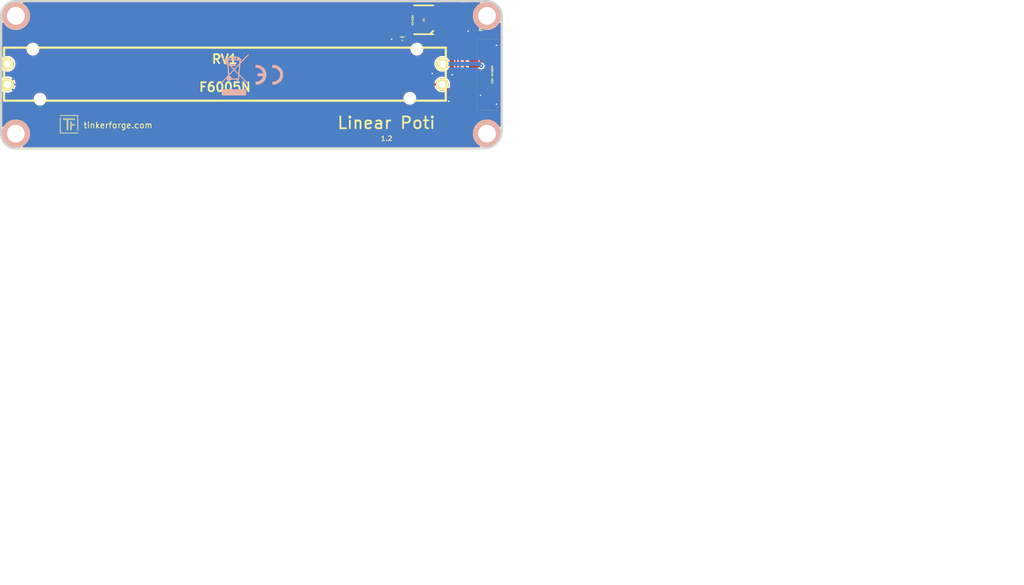
<source format=kicad_pcb>
(kicad_pcb (version 20221018) (generator pcbnew)
  (title_block (title "Linear Poti Bricklet") (date "2016-03-04") (rev "1.2") (company "Tinkerforge GmbH") (comment 1 "Licensed under CERN OHL v.1.1") (comment 2 "Copyright (©) 2016, B.Nordmeyer <bastian@tinkerforge.com>"))
  (layers (0 "F.Cu" signal "Vorderseite") (31 "B.Cu" signal "Rückseite") (34 "B.Paste" user) (35 "F.Paste" user) (36 "B.SilkS" user "B.Silkscreen") (37 "F.SilkS" user "F.Silkscreen") (38 "B.Mask" user) (39 "F.Mask" user) (44 "Edge.Cuts" user))
  (net 0 "")
  (net 1 "GND")
  (net 2 "IN_1")
  (net 3 "N-000001")
  (net 4 "SCL")
  (net 5 "SDA")
  (net 6 "VCC")
  (footprint "F6005N" (layer "F.Cu") (at 147.44954 78.87716 180)
    (fp_text reference "RV1" (at 0.0508 2.55016 180) (layer "F.SilkS") (effects (font (size 1.524 1.524) (thickness 0.3048))))
    (fp_text value "F6005N" (at 0 -2.19964 180) (layer "F.SilkS") (effects (font (size 1.524 1.524) (thickness 0.3048))))
    (pad "" thru_hole circle (at -32.6009 4.24942 180) (size 1.69926 1.69926) (drill 1.69926) (layers "*.Cu" "*.Mask" "F.SilkS"))
    (pad "" thru_hole circle (at -31.39948 -4.09956 180) (size 1.69926 1.69926) (drill 1.69926) (layers "*.Cu" "*.Mask" "F.SilkS"))
    (pad "" thru_hole circle (at 31.39948 -4.24942 180) (size 1.69926 1.69926) (drill 1.69926) (layers "*.Cu" "*.Mask" "F.SilkS"))
    (pad "" thru_hole circle (at 32.6009 4.24942 180) (size 1.69926 1.69926) (drill 1.69926) (layers "*.Cu" "*.Mask" "F.SilkS"))
    (pad "" thru_hole circle (at 36.90112 1.75006 180) (size 2.19964 2.19964) (drill 1.19888) (layers "*.Cu" "*.Mask" "F.SilkS"))
    (pad "1" thru_hole circle (at -36.90112 -1.75006 180) (size 2.19964 2.19964) (drill 1.19888) (layers "*.Cu" "*.Mask" "F.SilkS") (net 6 "VCC"))
    (pad "2" thru_hole circle (at -36.90112 1.75006 180) (size 2.19964 2.19964) (drill 1.19888) (layers "*.Cu" "*.Mask" "F.SilkS") (net 2 "IN_1"))
    (pad "3" thru_hole circle (at 36.90112 -1.75006 180) (size 2.19964 2.19964) (drill 1.19888) (layers "*.Cu" "*.Mask" "F.SilkS") (net 1 "GND"))
  )
  (footprint "CON-SENSOR" (layer "F.Cu") (at 194.4497 78.97622 90)
    (fp_text reference "P1" (at 7.9502 -3.50012 90) (layer "F.SilkS") (effects (font (size 0.59944 0.59944) (thickness 0.12446))))
    (fp_text value "CON-SENSOR" (at 0 -1.6002 90) (layer "F.SilkS") (effects (font (size 0.29972 0.29972) (thickness 0.07112))))
    (pad "1" smd rect (at -4.50088 -4.7752 90) (size 0.59944 1.5494) (layers "F.Cu" "F.Paste" "F.Mask"))
    (pad "2" smd rect (at -3.50012 -4.7752 90) (size 0.59944 1.5494) (layers "F.Cu" "F.Paste" "F.Mask") (net 1 "GND"))
    (pad "3" smd rect (at -2.49936 -4.7752 90) (size 0.59944 1.5494) (layers "F.Cu" "F.Paste" "F.Mask") (net 6 "VCC"))
    (pad "4" smd rect (at -1.50114 -4.7752 90) (size 0.59944 1.5494) (layers "F.Cu" "F.Paste" "F.Mask") (net 4 "SCL"))
    (pad "5" smd rect (at -0.50038 -4.7752 90) (size 0.59944 1.5494) (layers "F.Cu" "F.Paste" "F.Mask") (net 5 "SDA"))
    (pad "6" smd rect (at 0.50038 -4.7752 90) (size 0.59944 1.5494) (layers "F.Cu" "F.Paste" "F.Mask") (net 3 "N-000001"))
    (pad "7" smd rect (at 1.50114 -4.7752 90) (size 0.59944 1.5494) (layers "F.Cu" "F.Paste" "F.Mask") (net 2 "IN_1"))
    (pad "8" smd rect (at 2.49936 -4.7752 90) (size 0.59944 1.5494) (layers "F.Cu" "F.Paste" "F.Mask"))
    (pad "9" smd rect (at 3.50012 -4.7752 90) (size 0.59944 1.5494) (layers "F.Cu" "F.Paste" "F.Mask"))
    (pad "10" smd rect (at 4.50088 -4.7752 90) (size 0.59944 1.5494) (layers "F.Cu" "F.Paste" "F.Mask"))
    (pad "EP" smd rect (at -5.79882 -0.89916 90) (size 1.19888 1.80086) (layers "F.Cu" "F.Paste" "F.Mask") (net 1 "GND"))
    (pad "EP" smd rect (at 5.79882 -0.89916 90) (size 1.19888 1.80086) (layers "F.Cu" "F.Paste" "F.Mask") (net 1 "GND"))
  )
  (footprint "kicad-libraries:SO-8" (layer "F.Cu") (at 181.2 69.65 90)
    (fp_text reference "U1" (at 0 0 90) (layer "F.SilkS") (effects (font (size 0.3 0.3) (thickness 0.075))))
    (fp_text value "M24C64" (at -0.05 -1.875 90) (layer "F.SilkS") (effects (font (size 0.3 0.3) (thickness 0.075))))
    (pad "1" smd rect (at -1.90246 2.86766 270) (size 0.79756 2.19964) (layers "F.Cu" "F.Paste" "F.Mask") (net 1 "GND"))
    (pad "2" smd rect (at -0.63246 2.86766 270) (size 0.79756 2.19964) (layers "F.Cu" "F.Paste" "F.Mask") (net 1 "GND"))
    (pad "3" smd rect (at 0.63246 2.86766 270) (size 0.79756 2.19964) (layers "F.Cu" "F.Paste" "F.Mask") (net 3 "N-000001"))
    (pad "4" smd rect (at 1.90246 2.86766 270) (size 0.79756 2.19964) (layers "F.Cu" "F.Paste" "F.Mask") (net 1 "GND"))
    (pad "5" smd rect (at 1.90246 -2.86766 90) (size 0.79756 2.19964) (layers "F.Cu" "F.Paste" "F.Mask") (net 5 "SDA"))
    (pad "6" smd rect (at 0.63246 -2.86766 90) (size 0.79756 2.19964) (layers "F.Cu" "F.Paste" "F.Mask") (net 4 "SCL"))
    (pad "7" smd rect (at -0.63246 -2.86766 90) (size 0.79756 2.19964) (layers "F.Cu" "F.Paste" "F.Mask"))
    (pad "8" smd rect (at -1.90246 -2.86766 90) (size 0.79756 2.19964) (layers "F.Cu" "F.Paste" "F.Mask") (net 6 "VCC"))
  )
  (footprint "DRILL_NP" (layer "F.Cu") (at 191.95034 88.97874 90)
    (fp_text reference "U5" hide)
    (fp_text value "DRILL" hide)
    (pad "" thru_hole circle (at 0 0 90) (size 2.99974 2.99974) (drill 2.99974) (layers "*.Cu" "*.SilkS" "*.Mask") (clearance 0.89916))
  )
  (footprint "DRILL_NP" (layer "F.Cu") (at 191.95034 68.97878)
    (fp_text reference "U4" hide)
    (fp_text value "DRILL" hide)
    (pad "" thru_hole circle (at 0 0) (size 2.99974 2.99974) (drill 2.99974) (layers "*.Cu" "*.SilkS" "*.Mask") (clearance 0.89916))
  )
  (footprint "DRILL_NP" (layer "F.Cu") (at 111.9505 88.97874)
    (fp_text reference "U3" hide)
    (fp_text value "DRILL" hide)
    (pad "" thru_hole circle (at 0 0) (size 2.99974 2.99974) (drill 2.99974) (layers "*.Cu" "*.SilkS" "*.Mask") (clearance 0.89916))
  )
  (footprint "DRILL_NP" (layer "F.Cu") (at 111.9505 68.97878 90)
    (fp_text reference "U2" hide)
    (fp_text value "DRILL" hide)
    (pad "" thru_hole circle (at 0 0 90) (size 2.99974 2.99974) (drill 2.99974) (layers "*.Cu" "*.SilkS" "*.Mask") (clearance 0.89916))
  )
  (footprint "kicad-libraries:0603E" (layer "F.Cu") (at 177.55 72.95)
    (fp_text reference "C1" (at 0.05 0.225) (layer "F.SilkS") (effects (font (size 0.2 0.2) (thickness 0.05))))
    (fp_text value "100nF" (at 0.05 -0.375) (layer "F.SilkS") (effects (font (size 0.2 0.2) (thickness 0.05))))
    (pad "1" smd rect (at -0.8501 0) (size 1.1 1) (layers "F.Cu" "F.Paste" "F.Mask") (net 1 "GND"))
    (pad "2" smd rect (at 0.8501 0) (size 1.1 1) (layers "F.Cu" "F.Paste" "F.Mask") (net 6 "VCC"))
  )
  (footprint "Logo_31x31" (layer "F.Cu") (at 119.40032 85.80374)
    (fp_text reference "Ref**" hide)
    (fp_text value "Val**" hide)
  )
  (footprint "Fiducial_Mark" (layer "F.Cu") (at 187.95238 67.97548)
    (fp_text reference "Fiducial_Mark" hide)
    (fp_text value "VAL**" hide)
    (pad "1" smd circle (at 0 0) (size 1.00076 1.00076) (layers "F.Cu" "F.Mask") (clearance 0.65024))
  )
  (footprint "Fiducial_Mark" (layer "F.Cu") (at 115.951 89.6747)
    (fp_text reference "Fiducial_Mark" hide)
    (fp_text value "VAL**" hide)
    (pad "1" smd circle (at 0 0) (size 1.00076 1.00076) (layers "F.Cu" "F.Mask") (clearance 0.65024))
  )
  (footprint "WEEE_7mm" (layer "B.Cu") (at 148.95 78.975)
    (fp_text reference "VAL" hide)
    (fp_text value "WEEE_7mm" hide)
  )
  (footprint "CE_5mm" (layer "B.Cu") (at 154.95 78.975 180)
    (fp_text reference "VAL" hide)
    (fp_text value "CE_5mm" hide)
  )
  (gr_arc (start 109.45114 68.97624) (mid 110.183186 67.208926) (end 111.9505 66.47688) (stroke (width 0.381)) (layer "Edge.Cuts"))
  (gr_arc (start 111.9505 91.47556) (mid 110.183186 90.743514) (end 109.45114 88.9762) (stroke (width 0.381)) (layer "Edge.Cuts"))
  (gr_arc (start 191.95034 66.47688) (mid 193.717654 67.208926) (end 194.4497 68.97624) (stroke (width 0.381)) (layer "Edge.Cuts"))
  (gr_line (start 109.45114 88.9762) (end 109.45114 68.97624) (stroke (width 0.381)) (layer "Edge.Cuts"))
  (gr_arc (start 194.4497 88.47582) (mid 193.571096 90.596956) (end 191.44996 91.47556) (stroke (width 0.381)) (layer "Edge.Cuts"))
  (gr_line (start 111.9505 91.47556) (end 191.44996 91.47556) (stroke (width 0.381)) (layer "Edge.Cuts"))
  (gr_line (start 194.4497 88.47582) (end 194.4497 68.97624) (stroke (width 0.381)) (layer "Edge.Cuts"))
  (gr_line (start 191.95034 66.47688) (end 111.9505 66.47688) (stroke (width 0.381)) (layer "Edge.Cuts"))
  (gr_text "Linear Poti" (at 174.85106 87.15248) (layer "F.SilkS") (effects (font (size 1.99898 1.99898) (thickness 0.3048))))
  (gr_text "tinkerforge.com" (at 129.30124 87.5538) (layer "F.SilkS") (effects (font (size 1.00076 1.00076) (thickness 0.14986))))
  (gr_text "1.2" (at 174.90186 89.8017) (layer "F.SilkS") (effects (font (size 0.8001 0.8001) (thickness 0.14986))))
  (segment (start 186.25058 83.4771) (end 185.45048 83.4771) (width 0.29972) (layer "F.Cu") (net 1))
  (segment (start 193.55054 84.77504) (end 193.55054 83.97748) (width 0.40132) (layer "F.Cu") (net 1))
  (segment (start 193.55054 73.9775) (end 193.55054 73.1774) (width 0.40132) (layer "F.Cu") (net 1))
  (segment (start 189.6745 82.47634) (end 190.85052 82.47634) (width 0.70104) (layer "F.Cu") (net 1))
  (segment (start 176.6999 72.95) (end 175.75 72.95) (width 0.40132) (layer "F.Cu") (net 1))
  (via (at 193.55054 83.97748) (size 0.70104) (drill 0.24892) (layers "F.Cu" "B.Cu") (net 1))
  (via (at 175.75 72.95) (size 0.70104) (drill 0.24892) (layers "F.Cu" "B.Cu") (net 1))
  (via (at 182.64886 78.7781) (size 0.70104) (drill 0.24892) (layers "F.Cu" "B.Cu") (net 1))
  (via (at 190.85052 82.47634) (size 0.70104) (drill 0.24892) (layers "F.Cu" "B.Cu") (net 1))
  (via (at 188.74994 71.5772) (size 0.70104) (drill 0.24892) (layers "F.Cu" "B.Cu") (net 1))
  (via (at 185.45048 83.4771) (size 0.70104) (drill 0.24892) (layers "F.Cu" "B.Cu") (net 1))
  (via (at 193.55054 73.9775) (size 0.70104) (drill 0.24892) (layers "F.Cu" "B.Cu") (net 1))
  (via (at 186.04992 78.97622) (size 0.70104) (drill 0.24892) (layers "F.Cu" "B.Cu") (net 1))
  (segment (start 186.84748 73.9775) (end 189.55004 73.9775) (width 0.29972) (layer "B.Cu") (net 1))
  (segment (start 193.55054 83.97748) (end 193.55054 82.97672) (width 0.40132) (layer "B.Cu") (net 1))
  (segment (start 190.75146 82.47634) (end 190.85052 82.47634) (width 0.29972) (layer "B.Cu") (net 1))
  (segment (start 193.05016 82.47634) (end 193.55054 82.97672) (width 0.29972) (layer "B.Cu") (net 1))
  (segment (start 193.55054 78.97622) (end 186.04992 78.97622) (width 0.29972) (layer "B.Cu") (net 1))
  (segment (start 180.9496 77.57668) (end 177.89906 80.62722) (width 0.29972) (layer "B.Cu") (net 1))
  (segment (start 185.84926 74.97572) (end 183.55056 74.97572) (width 0.29972) (layer "B.Cu") (net 1))
  (segment (start 180.9496 77.57668) (end 181.44744 77.57668) (width 0.29972) (layer "B.Cu") (net 1))
  (segment (start 189.55004 73.9775) (end 189.55004 72.3773) (width 0.29972) (layer "B.Cu") (net 1))
  (segment (start 193.55054 78.97622) (end 193.55054 73.9775) (width 0.40132) (layer "B.Cu") (net 1))
  (segment (start 190.85052 82.47634) (end 193.05016 82.47634) (width 0.29972) (layer "B.Cu") (net 1))
  (segment (start 189.55004 72.3773) (end 188.74994 71.5772) (width 0.29972) (layer "B.Cu") (net 1))
  (segment (start 185.84926 74.97572) (end 186.84748 73.9775) (width 0.29972) (layer "B.Cu") (net 1))
  (segment (start 181.44744 77.57668) (end 182.64886 78.7781) (width 0.29972) (layer "B.Cu") (net 1))
  (segment (start 189.55004 73.9775) (end 193.55054 73.9775) (width 0.29972) (layer "B.Cu") (net 1))
  (segment (start 185.45048 83.4771) (end 189.7507 83.4771) (width 0.29972) (layer "B.Cu") (net 1))
  (segment (start 193.55054 82.97672) (end 193.55054 78.97622) (width 0.40132) (layer "B.Cu") (net 1))
  (segment (start 183.55056 74.97572) (end 180.9496 77.57668) (width 0.29972) (layer "B.Cu") (net 1))
  (segment (start 177.89906 80.62722) (end 110.54842 80.62722) (width 0.29972) (layer "B.Cu") (net 1))
  (segment (start 189.7507 83.4771) (end 190.75146 82.47634) (width 0.29972) (layer "B.Cu") (net 1))
  (segment (start 190.94704 77.47508) (end 190.94958 77.47762) (width 0.70104) (layer "F.Cu") (net 2))
  (segment (start 189.6745 77.47508) (end 190.94704 77.47508) (width 0.40132) (layer "F.Cu") (net 2))
  (via (at 190.94958 77.47762) (size 0.70104) (drill 0.24892) (layers "F.Cu" "B.Cu") (net 2))
  (segment (start 190.94958 77.47762) (end 190.59906 77.1271) (width 0.70104) (layer "B.Cu") (net 2))
  (segment (start 190.59906 77.1271) (end 184.35066 77.1271) (width 0.70104) (layer "B.Cu") (net 2))
  (segment (start 188.95084 78.47584) (end 188.15 77.675) (width 0.29972) (layer "F.Cu") (net 3))
  (segment (start 188.15 77.675) (end 188.15 73.4) (width 0.29972) (layer "F.Cu") (net 3))
  (segment (start 188.15 73.4) (end 186.8 72.05) (width 0.29972) (layer "F.Cu") (net 3))
  (segment (start 186.8 72.05) (end 186.8 70.425) (width 0.29972) (layer "F.Cu") (net 3))
  (segment (start 186.8 70.425) (end 185.39254 69.01754) (width 0.29972) (layer "F.Cu") (net 3))
  (segment (start 185.39254 69.01754) (end 184.06766 69.01754) (width 0.29972) (layer "F.Cu") (net 3))
  (segment (start 189.6745 78.47584) (end 188.95084 78.47584) (width 0.29972) (layer "F.Cu") (net 3))
  (segment (start 188.52736 80.47736) (end 186.725 78.675) (width 0.29972) (layer "F.Cu") (net 4))
  (segment (start 186.725 78.675) (end 186.725 75.45) (width 0.29972) (layer "F.Cu") (net 4))
  (segment (start 186.725 75.45) (end 185.4 74.125) (width 0.29972) (layer "F.Cu") (net 4))
  (segment (start 185.4 74.125) (end 182.55 74.125) (width 0.29972) (layer "F.Cu") (net 4))
  (segment (start 182.55 74.125) (end 180.6 72.175) (width 0.29972) (layer "F.Cu") (net 4))
  (segment (start 180.6 72.175) (end 180.6 69.625) (width 0.29972) (layer "F.Cu") (net 4))
  (segment (start 180.6 69.625) (end 179.99254 69.01754) (width 0.29972) (layer "F.Cu") (net 4))
  (segment (start 179.99254 69.01754) (end 178.33234 69.01754) (width 0.29972) (layer "F.Cu") (net 4))
  (segment (start 189.6745 80.47736) (end 188.52736 80.47736) (width 0.29972) (layer "F.Cu") (net 4))
  (segment (start 188.7016 79.4766) (end 187.325 78.1) (width 0.29972) (layer "F.Cu") (net 5))
  (segment (start 187.325 78.1) (end 187.325 75.15) (width 0.29972) (layer "F.Cu") (net 5))
  (segment (start 187.325 75.15) (end 185.575 73.4) (width 0.29972) (layer "F.Cu") (net 5))
  (segment (start 185.575 73.4) (end 183.075 73.4) (width 0.29972) (layer "F.Cu") (net 5))
  (segment (start 183.075 73.4) (end 181.325 71.65) (width 0.29972) (layer "F.Cu") (net 5))
  (segment (start 181.325 71.65) (end 181.325 68.925) (width 0.29972) (layer "F.Cu") (net 5))
  (segment (start 181.325 68.925) (end 180.14754 67.74754) (width 0.29972) (layer "F.Cu") (net 5))
  (segment (start 180.14754 67.74754) (end 178.33234 67.74754) (width 0.29972) (layer "F.Cu") (net 5))
  (segment (start 189.6745 79.4766) (end 188.7016 79.4766) (width 0.29972) (layer "F.Cu") (net 5))
  (segment (start 185.19902 81.47558) (end 184.35066 80.62722) (width 0.40132) (layer "F.Cu") (net 6))
  (segment (start 181.50222 80.62722) (end 178.4001 77.5251) (width 0.40132) (layer "F.Cu") (net 6))
  (segment (start 178.4001 77.5251) (end 178.4001 72.95) (width 0.40132) (layer "F.Cu") (net 6))
  (segment (start 178.4001 71.62022) (end 178.33234 71.55246) (width 0.40132) (layer "F.Cu") (net 6))
  (segment (start 184.35066 80.62722) (end 181.50222 80.62722) (width 0.40132) (layer "F.Cu") (net 6))
  (segment (start 189.6745 81.47558) (end 185.19902 81.47558) (width 0.40132) (layer "F.Cu") (net 6))
  (segment (start 178.4001 72.95) (end 178.4001 71.62022) (width 0.40132) (layer "F.Cu") (net 6))
  (zone (net 1) (net_name "GND") (layer "F.Cu") (connect_pads (clearance 0.24892)) (min_thickness 0.24892) (fill yes (thermal_gap 0.29972) (thermal_bridge_width 0.29972))
    (polygon (pts (xy 194.4497 91.47556) (xy 194.4497 66.47688) (xy 109.45114 66.47688) (xy 109.45114 91.47556)))
  )
  (zone (net 1) (net_name "GND") (layer "B.Cu") (connect_pads (clearance 0.24892)) (min_thickness 0.24892) (fill yes (thermal_gap 0.29972) (thermal_bridge_width 0.29972))
    (polygon (pts (xy 194.4497 91.47556) (xy 194.4497 66.47688) (xy 109.45114 66.47688) (xy 109.45114 91.47556)))
  )
)
</source>
